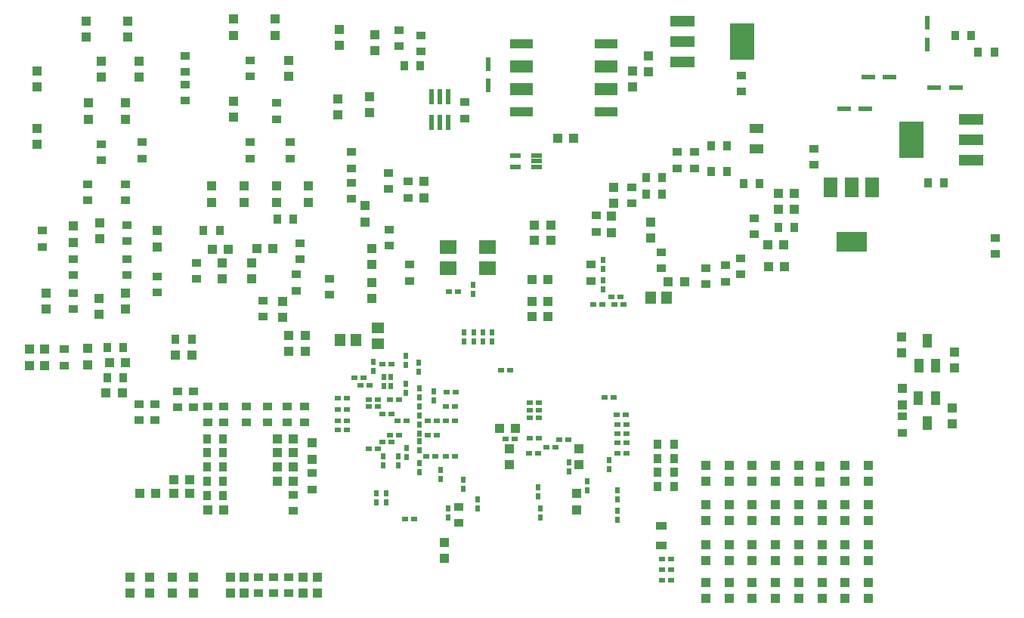
<source format=gbr>
G04 Layer_Color=128*
%FSLAX45Y45*%
%MOMM*%
%TF.FileFunction,Paste,Bot*%
%TF.Part,Single*%
G01*
G75*
%TA.AperFunction,SMDPad,CuDef*%
%ADD21R,1.50000X0.60000*%
%ADD31R,0.60000X1.50000*%
%ADD104R,2.70000X1.30000*%
%ADD105R,2.70000X4.10000*%
%ADD109R,0.60000X1.80000*%
%ADD117R,1.30000X0.50000*%
%ADD119R,1.24300X1.37000*%
%ADD121R,1.10000X1.10000*%
%ADD122R,1.10000X1.10000*%
%ADD123R,0.90000X1.10000*%
%ADD125R,0.65000X0.55000*%
%ADD126R,1.10000X0.90000*%
%ADD149R,1.10000X1.60000*%
%ADD150R,0.55000X0.65000*%
%ADD151R,2.60000X1.11600*%
%ADD152R,2.60000X1.37000*%
%ADD153R,3.40000X2.30000*%
%ADD154R,1.50000X2.30000*%
%ADD155R,1.50000X1.10000*%
%ADD156R,1.90000X1.50000*%
%ADD157R,1.30000X0.90000*%
%ADD158R,1.37000X1.24300*%
D21*
X11989840Y12400000D02*
D03*
X12230000D02*
D03*
X12500080Y12750000D02*
D03*
X12259920D02*
D03*
X13240080Y12630000D02*
D03*
X12999921D02*
D03*
D31*
X12920000Y13119920D02*
D03*
Y13360080D02*
D03*
X8000000Y12659920D02*
D03*
Y12900079D02*
D03*
D104*
X10179160Y12920000D02*
D03*
Y13150000D02*
D03*
Y13380000D02*
D03*
X13410840Y12280000D02*
D03*
Y12050000D02*
D03*
Y11820000D02*
D03*
D105*
X10844490Y13150000D02*
D03*
X12745510Y12050000D02*
D03*
D109*
X7365000Y12247760D02*
D03*
X7460000D02*
D03*
X7555000D02*
D03*
Y12532240D02*
D03*
X7460000D02*
D03*
X7365000D02*
D03*
D117*
X8540000Y11875000D02*
D03*
Y11810000D02*
D03*
Y11745000D02*
D03*
X8306960D02*
D03*
Y11875000D02*
D03*
D119*
X6341688Y9808730D02*
D03*
X6519488D02*
D03*
X9824188Y10281230D02*
D03*
X10001988D02*
D03*
D121*
X8700000Y11090000D02*
D03*
X8520000D02*
D03*
X8700000Y10920000D02*
D03*
X8520000D02*
D03*
X5090000Y10820000D02*
D03*
X4910000D02*
D03*
X5410000Y10830000D02*
D03*
X5590000D02*
D03*
X8960000Y12070000D02*
D03*
X8780000D02*
D03*
X5640000Y8700000D02*
D03*
X5820000D02*
D03*
X5640000Y8540000D02*
D03*
X5820000D02*
D03*
X5640000Y8380000D02*
D03*
X5820000D02*
D03*
X5640000Y8220000D02*
D03*
X5820000D02*
D03*
X3760000Y9550000D02*
D03*
X3940000D02*
D03*
X3720000Y9210000D02*
D03*
X3900000D02*
D03*
X5040000Y7900000D02*
D03*
X4860000D02*
D03*
X4500000Y9640000D02*
D03*
X4680000D02*
D03*
X4660000Y8090000D02*
D03*
X4480000D02*
D03*
X4280000D02*
D03*
X4100000D02*
D03*
X4660000Y8240000D02*
D03*
X4480000D02*
D03*
X5950000Y9860000D02*
D03*
X5770000D02*
D03*
X5950000Y9680000D02*
D03*
X5770000D02*
D03*
X10200000Y10460000D02*
D03*
X10020000D02*
D03*
X11250000Y11270000D02*
D03*
X11430000D02*
D03*
X11250000Y11450000D02*
D03*
X11430000D02*
D03*
X8490000Y10070000D02*
D03*
X8670000D02*
D03*
X8490000Y10240000D02*
D03*
X8670000D02*
D03*
X8490000Y10480000D02*
D03*
X8670000D02*
D03*
X8304500Y8815500D02*
D03*
X8124500D02*
D03*
X11320000Y10630000D02*
D03*
X11140000D02*
D03*
X11310000Y10870000D02*
D03*
X11130000D02*
D03*
D122*
X9013000Y8408000D02*
D03*
Y8588000D02*
D03*
X8241000Y8406000D02*
D03*
Y8586000D02*
D03*
X9380000Y11010000D02*
D03*
Y11190000D02*
D03*
X8988000Y8084000D02*
D03*
Y7904000D02*
D03*
X9820000Y10950000D02*
D03*
Y11130000D02*
D03*
X6672500Y12350000D02*
D03*
Y12530000D02*
D03*
X5700000Y10060000D02*
D03*
Y10240000D02*
D03*
X6700000Y10270000D02*
D03*
Y10450000D02*
D03*
X5020000Y10670000D02*
D03*
Y10490000D02*
D03*
X5350000Y10670000D02*
D03*
Y10490000D02*
D03*
X4700000Y6970000D02*
D03*
Y7150000D02*
D03*
X4460000Y6970000D02*
D03*
Y7150000D02*
D03*
X4210000Y6970000D02*
D03*
Y7150000D02*
D03*
X3990000Y6970000D02*
D03*
Y7150000D02*
D03*
X6320000Y12505000D02*
D03*
Y12325000D02*
D03*
X6334338Y13289070D02*
D03*
Y13109070D02*
D03*
X9410000Y11520000D02*
D03*
Y11340000D02*
D03*
X9800000Y12989999D02*
D03*
Y12810001D02*
D03*
X7280000Y11400000D02*
D03*
Y11580000D02*
D03*
X6620000Y11310000D02*
D03*
Y11130000D02*
D03*
X3045000Y10152500D02*
D03*
Y10332500D02*
D03*
X3350000Y11080000D02*
D03*
Y10900000D02*
D03*
X3520000Y12280000D02*
D03*
Y12460000D02*
D03*
X4090000Y12750000D02*
D03*
Y12930000D02*
D03*
X3940000Y12280000D02*
D03*
Y12460000D02*
D03*
X3960000Y13200000D02*
D03*
Y13380000D02*
D03*
X3650000Y11120000D02*
D03*
Y10940000D02*
D03*
X2950000Y12180000D02*
D03*
Y12000000D02*
D03*
X3640000Y10270000D02*
D03*
Y10090000D02*
D03*
X2860000Y9700000D02*
D03*
Y9520000D02*
D03*
X3030001Y9700000D02*
D03*
Y9520000D02*
D03*
X3670000Y12930000D02*
D03*
Y12750000D02*
D03*
X2950000Y12820000D02*
D03*
Y12640000D02*
D03*
X3500000Y13380000D02*
D03*
Y13200000D02*
D03*
X3510000Y9710000D02*
D03*
Y9530000D02*
D03*
X3940000Y10330000D02*
D03*
Y10150000D02*
D03*
X4290000Y11030000D02*
D03*
Y10850000D02*
D03*
X5150000Y13400000D02*
D03*
Y13220000D02*
D03*
X5610000Y13400000D02*
D03*
Y13220000D02*
D03*
X5770000Y12760000D02*
D03*
Y12939999D02*
D03*
X5150000Y12300000D02*
D03*
Y12480000D02*
D03*
X5630000Y11530000D02*
D03*
Y11350000D02*
D03*
X5270000D02*
D03*
Y11530000D02*
D03*
X4900000D02*
D03*
Y11350000D02*
D03*
X5990000D02*
D03*
Y11530000D02*
D03*
X9620000Y12640000D02*
D03*
Y12820000D02*
D03*
X6730000Y13230000D02*
D03*
Y13050000D02*
D03*
X6700000Y10830000D02*
D03*
Y10650000D02*
D03*
X6030000Y8470000D02*
D03*
Y8650000D02*
D03*
X12260000Y7510000D02*
D03*
Y7330000D02*
D03*
X12259735Y6910000D02*
D03*
Y7090001D02*
D03*
X12000000Y8400000D02*
D03*
Y8220000D02*
D03*
X11999732Y6910000D02*
D03*
Y7090000D02*
D03*
X11740000Y7510000D02*
D03*
Y7330000D02*
D03*
X11739733Y6910000D02*
D03*
Y7090000D02*
D03*
X11480000Y7510000D02*
D03*
Y7330000D02*
D03*
X11479733Y6910000D02*
D03*
Y7090000D02*
D03*
X11220000Y7510000D02*
D03*
Y7330000D02*
D03*
X11220000Y7960000D02*
D03*
Y7780000D02*
D03*
X10960000Y7510000D02*
D03*
Y7330000D02*
D03*
Y6910000D02*
D03*
Y7090000D02*
D03*
X10699734Y7510000D02*
D03*
Y7330000D02*
D03*
X10700000Y6910721D02*
D03*
Y7090721D02*
D03*
X10440000Y8400000D02*
D03*
Y8220000D02*
D03*
X10439735Y6910000D02*
D03*
Y7090000D02*
D03*
X12260000Y8220000D02*
D03*
Y8400000D02*
D03*
Y7780000D02*
D03*
Y7960000D02*
D03*
X12000000Y7330000D02*
D03*
Y7510000D02*
D03*
X12000000Y7780000D02*
D03*
Y7960000D02*
D03*
X11720000Y8210000D02*
D03*
Y8390000D02*
D03*
X11740000Y7780000D02*
D03*
Y7960000D02*
D03*
X11480000Y8220000D02*
D03*
Y8400000D02*
D03*
Y7780000D02*
D03*
Y7960000D02*
D03*
X11220000Y8220000D02*
D03*
Y8400000D02*
D03*
X11220000Y7090000D02*
D03*
Y6910000D02*
D03*
X10960000Y8220000D02*
D03*
Y8400000D02*
D03*
Y7780000D02*
D03*
Y7960000D02*
D03*
X10700000Y8220000D02*
D03*
Y8400000D02*
D03*
Y7780000D02*
D03*
Y7960000D02*
D03*
X10440000Y7330000D02*
D03*
Y7510000D02*
D03*
X10440000Y7780000D02*
D03*
Y7960000D02*
D03*
X7512500Y7355000D02*
D03*
Y7535000D02*
D03*
X12642500Y9260000D02*
D03*
Y9080000D02*
D03*
X13227499Y9490000D02*
D03*
Y9670000D02*
D03*
X12632499Y9840000D02*
D03*
Y9660000D02*
D03*
X13197499Y9045000D02*
D03*
Y8865000D02*
D03*
X5270000Y7150000D02*
D03*
Y6970000D02*
D03*
X5110000Y7150000D02*
D03*
Y6970000D02*
D03*
X5930000Y7150000D02*
D03*
Y6970000D02*
D03*
X6090000Y7150000D02*
D03*
Y6970000D02*
D03*
D123*
X5640000Y11160000D02*
D03*
X5820000D02*
D03*
X4812500Y11030000D02*
D03*
X4992500D02*
D03*
X10680000Y11980000D02*
D03*
X10500000D02*
D03*
X10680000Y11690000D02*
D03*
X10500000D02*
D03*
X13110001Y11570000D02*
D03*
X12930000D02*
D03*
X13230000Y13220000D02*
D03*
X13410001D02*
D03*
X13489999Y13030000D02*
D03*
X13670000D02*
D03*
X7240000Y12880000D02*
D03*
X7060000D02*
D03*
X4850000Y8540000D02*
D03*
X5030000D02*
D03*
X4850000Y8380000D02*
D03*
X5030000D02*
D03*
X4850000Y8220000D02*
D03*
X5030000D02*
D03*
X4850000Y8700000D02*
D03*
X5030000D02*
D03*
X3730000Y9380000D02*
D03*
X3910000D02*
D03*
X3730000Y9720000D02*
D03*
X3910000D02*
D03*
X5030000Y8060000D02*
D03*
X4850000D02*
D03*
X4500000Y9810000D02*
D03*
X4680000D02*
D03*
X9950000Y11440000D02*
D03*
X9770000D02*
D03*
Y11630000D02*
D03*
X9950000D02*
D03*
X11430000Y11070000D02*
D03*
X11250000D02*
D03*
X11040000Y11560000D02*
D03*
X10860000D02*
D03*
X10080000Y8320000D02*
D03*
X9900000D02*
D03*
X10080000Y8160000D02*
D03*
X9900000D02*
D03*
X10080000Y8480000D02*
D03*
X9900000D02*
D03*
X10080000Y8640000D02*
D03*
X9900000D02*
D03*
D125*
X7524200Y8897500D02*
D03*
X7625800D02*
D03*
X7524200Y8500000D02*
D03*
X7625800D02*
D03*
X7524200Y9060000D02*
D03*
X7625800D02*
D03*
X7536700Y9220000D02*
D03*
X7638300D02*
D03*
X6659200Y9140000D02*
D03*
X6760800D02*
D03*
X6998300D02*
D03*
X6896700D02*
D03*
X7000800Y8740000D02*
D03*
X6899200D02*
D03*
X6814200Y8660000D02*
D03*
X6915800D02*
D03*
X7083300Y8900000D02*
D03*
X6981700D02*
D03*
X7324200D02*
D03*
X7425800D02*
D03*
X7326700Y8740000D02*
D03*
X7428300D02*
D03*
X6571700Y9297500D02*
D03*
X6673300D02*
D03*
X6816700Y8980000D02*
D03*
X6918300D02*
D03*
X6504200Y9380000D02*
D03*
X6605800D02*
D03*
X6659200Y9060000D02*
D03*
X6760800D02*
D03*
X7405800Y8500000D02*
D03*
X7304200D02*
D03*
X6768300Y8582500D02*
D03*
X6666700D02*
D03*
X8466700Y9015000D02*
D03*
X8568300D02*
D03*
X8464200Y8702500D02*
D03*
X8565800D02*
D03*
X9550800Y8855000D02*
D03*
X9449200D02*
D03*
X9550800Y8535000D02*
D03*
X9449200D02*
D03*
X9550800Y8650000D02*
D03*
X9449200D02*
D03*
X8466700Y9100000D02*
D03*
X8568300D02*
D03*
X8466700Y8930000D02*
D03*
X8568300D02*
D03*
X9545800Y8967500D02*
D03*
X9444200D02*
D03*
X9405800Y9160000D02*
D03*
X9304200D02*
D03*
X8753300Y8607500D02*
D03*
X8651700D02*
D03*
X9553300Y8752500D02*
D03*
X9451700D02*
D03*
X8799200Y8685000D02*
D03*
X8900800D02*
D03*
X8560800Y8535000D02*
D03*
X8459200D02*
D03*
X7559200Y10350000D02*
D03*
X7660800D02*
D03*
X10051601Y7110000D02*
D03*
X9950000D02*
D03*
X10050801Y7230000D02*
D03*
X9949200D02*
D03*
X10050800Y7350000D02*
D03*
X9949200D02*
D03*
X6319200Y8800000D02*
D03*
X6420800D02*
D03*
X6319200Y8900000D02*
D03*
X6420800D02*
D03*
X6319200Y9030000D02*
D03*
X6420800D02*
D03*
X7068270Y7795634D02*
D03*
X7169871D02*
D03*
X9414200Y10207500D02*
D03*
X9515800D02*
D03*
X8141700Y9467500D02*
D03*
X8243300D02*
D03*
X8297800Y8699000D02*
D03*
X8196200D02*
D03*
X6319200Y9150000D02*
D03*
X6420800D02*
D03*
X6816700Y9532500D02*
D03*
X6918300D02*
D03*
X9283300Y10207500D02*
D03*
X9181700D02*
D03*
X9381700Y10292500D02*
D03*
X9483300D02*
D03*
D126*
X9210000Y11200000D02*
D03*
Y11020000D02*
D03*
X7120000Y10470000D02*
D03*
Y10650000D02*
D03*
X10980000Y11170000D02*
D03*
Y10990000D02*
D03*
X10440000Y10610000D02*
D03*
Y10430000D02*
D03*
X6470000Y11910000D02*
D03*
Y11730000D02*
D03*
Y11390000D02*
D03*
Y11570000D02*
D03*
X7100000Y11580000D02*
D03*
Y11400000D02*
D03*
X6220000Y10310000D02*
D03*
Y10490000D02*
D03*
X5850000Y10540000D02*
D03*
Y10360000D02*
D03*
X3349999Y10530000D02*
D03*
Y10710000D02*
D03*
X3010000Y11030000D02*
D03*
Y10850000D02*
D03*
X10310000Y11910000D02*
D03*
Y11730000D02*
D03*
X7250000Y13039999D02*
D03*
Y13220000D02*
D03*
X5480000Y10250000D02*
D03*
Y10070000D02*
D03*
X5890000Y10710000D02*
D03*
Y10890000D02*
D03*
X3949999Y10530000D02*
D03*
Y10710000D02*
D03*
X3250000Y9520000D02*
D03*
Y9700000D02*
D03*
X4290000Y10520001D02*
D03*
Y10340000D02*
D03*
X10660000Y10460000D02*
D03*
Y10640000D02*
D03*
X11650000Y11950000D02*
D03*
Y11770000D02*
D03*
X10840000Y12770000D02*
D03*
Y12590000D02*
D03*
X13680000Y10950000D02*
D03*
Y10770000D02*
D03*
X7740000Y12290000D02*
D03*
Y12470000D02*
D03*
X3670000Y12000000D02*
D03*
Y11820000D02*
D03*
X4120000Y12020000D02*
D03*
Y11840000D02*
D03*
X3940000Y11550000D02*
D03*
Y11370000D02*
D03*
X3510000Y11550000D02*
D03*
Y11370000D02*
D03*
X3349999Y10149000D02*
D03*
Y10329000D02*
D03*
X3952259Y11091000D02*
D03*
Y10911000D02*
D03*
X4730000Y10490000D02*
D03*
Y10670000D02*
D03*
X4605000Y12989999D02*
D03*
Y12810001D02*
D03*
Y12670000D02*
D03*
Y12490000D02*
D03*
X5330000Y12939999D02*
D03*
Y12760000D02*
D03*
Y12020000D02*
D03*
Y11840000D02*
D03*
X5780000D02*
D03*
Y12020000D02*
D03*
X5630000Y12280000D02*
D03*
Y12460000D02*
D03*
X4090000Y8910000D02*
D03*
Y9090000D02*
D03*
X4270000D02*
D03*
Y8910000D02*
D03*
X5040000Y8880000D02*
D03*
Y9060000D02*
D03*
X4860000Y8880000D02*
D03*
Y9060000D02*
D03*
X5530000Y8880000D02*
D03*
Y9060000D02*
D03*
X5940000D02*
D03*
Y8880000D02*
D03*
X5750000D02*
D03*
Y9060000D02*
D03*
X5290000D02*
D03*
Y8880000D02*
D03*
X4520000Y9050000D02*
D03*
Y9230000D02*
D03*
X4700000D02*
D03*
Y9050000D02*
D03*
X7000000Y13100000D02*
D03*
Y13280000D02*
D03*
X6880000Y11500000D02*
D03*
Y11680000D02*
D03*
X6890000Y10860000D02*
D03*
Y11040000D02*
D03*
X5820000Y8070000D02*
D03*
Y7890000D02*
D03*
X10830000Y10720000D02*
D03*
Y10540000D02*
D03*
X9610000Y11340000D02*
D03*
Y11520000D02*
D03*
X9940000Y10610000D02*
D03*
Y10790000D02*
D03*
X10120000Y11910000D02*
D03*
Y11730000D02*
D03*
X9150000Y10650000D02*
D03*
Y10470000D02*
D03*
X7667500Y7755000D02*
D03*
Y7935000D02*
D03*
X12642500Y8767500D02*
D03*
Y8947500D02*
D03*
X6027500Y8312500D02*
D03*
Y8132500D02*
D03*
X5600000Y6970000D02*
D03*
Y7150000D02*
D03*
X5430000D02*
D03*
Y6970000D02*
D03*
X5770000D02*
D03*
Y7150000D02*
D03*
D149*
X12920000Y9799300D02*
D03*
X13014999Y9520700D02*
D03*
X12825000D02*
D03*
X12917500Y8878200D02*
D03*
X12822501Y9156800D02*
D03*
X13012500D02*
D03*
D150*
X7220000Y9451700D02*
D03*
Y9553300D02*
D03*
X7470000Y8353300D02*
D03*
Y8251700D02*
D03*
X9290000Y10703300D02*
D03*
Y10601700D02*
D03*
X6910000Y9393300D02*
D03*
Y9291700D02*
D03*
X7230000Y9159200D02*
D03*
Y9260800D02*
D03*
X7390000Y9129200D02*
D03*
Y9230800D02*
D03*
X7077500Y9209200D02*
D03*
Y9310800D02*
D03*
X7085000Y8593300D02*
D03*
Y8491700D02*
D03*
X7232500Y8961700D02*
D03*
Y9063300D02*
D03*
X6990000Y8401700D02*
D03*
Y8503300D02*
D03*
X7232500Y8860800D02*
D03*
Y8759200D02*
D03*
X6710000Y9560800D02*
D03*
Y9459200D02*
D03*
X6830000Y9390800D02*
D03*
Y9289200D02*
D03*
X6827500Y8401700D02*
D03*
Y8503300D02*
D03*
X7230000Y8673300D02*
D03*
Y8571699D02*
D03*
Y8326700D02*
D03*
Y8428300D02*
D03*
X9445000Y7789200D02*
D03*
Y7890800D02*
D03*
X9352500Y8460800D02*
D03*
Y8359200D02*
D03*
X8562500Y8158300D02*
D03*
Y8056700D02*
D03*
X8585000Y7814200D02*
D03*
Y7915800D02*
D03*
X8907500Y8438300D02*
D03*
Y8336700D02*
D03*
X9112500Y8218300D02*
D03*
Y8116700D02*
D03*
X9445000Y8019200D02*
D03*
Y8120800D02*
D03*
X7830000Y10319200D02*
D03*
Y10420800D02*
D03*
X7885000Y7919200D02*
D03*
Y8020800D02*
D03*
X6860000Y7989200D02*
D03*
Y8090800D02*
D03*
X6750000Y7989200D02*
D03*
Y8090800D02*
D03*
X7720000Y8139200D02*
D03*
Y8240800D02*
D03*
X7550000Y7920800D02*
D03*
Y7819200D02*
D03*
X7732500Y9789200D02*
D03*
Y9890800D02*
D03*
X8042500D02*
D03*
Y9789200D02*
D03*
X7838133Y9891730D02*
D03*
Y9790129D02*
D03*
X7942500Y9789200D02*
D03*
Y9890800D02*
D03*
X9290000Y10369200D02*
D03*
Y10470800D02*
D03*
X7080000Y9630800D02*
D03*
Y9529200D02*
D03*
D151*
X9323500Y13124500D02*
D03*
X8376500D02*
D03*
X9323500Y12362500D02*
D03*
X8376500D02*
D03*
D152*
X9323500Y12870500D02*
D03*
Y12616500D02*
D03*
X8376500Y12870500D02*
D03*
Y12616500D02*
D03*
D153*
X12070000Y10902500D02*
D03*
D154*
X12300000Y11517500D02*
D03*
X12070000D02*
D03*
X11840000D02*
D03*
D155*
X11010000Y12174300D02*
D03*
Y11945700D02*
D03*
D156*
X7990000Y10610000D02*
D03*
X7550000D02*
D03*
X7990000Y10850000D02*
D03*
X7550000D02*
D03*
D157*
X9940000Y7720000D02*
D03*
Y7500000D02*
D03*
D158*
X6761270Y9761688D02*
D03*
Y9939488D02*
D03*
%TF.MD5,9ac2809699173239004fb962268317c5*%
M02*

</source>
